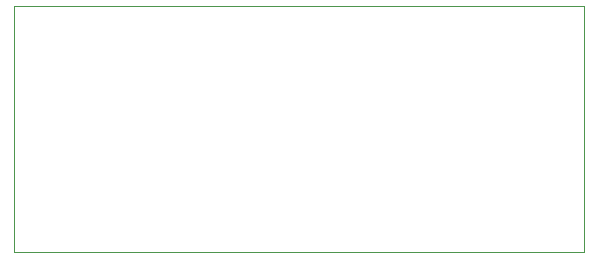
<source format=gbp>
G75*
G70*
%OFA0B0*%
%FSLAX24Y24*%
%IPPOS*%
%LPD*%
%AMOC8*
5,1,8,0,0,1.08239X$1,22.5*
%
%ADD10C,0.0000*%
D10*
X001043Y000625D02*
X001043Y008833D01*
X020042Y008833D01*
X020042Y000625D01*
X001043Y000625D01*
M02*

</source>
